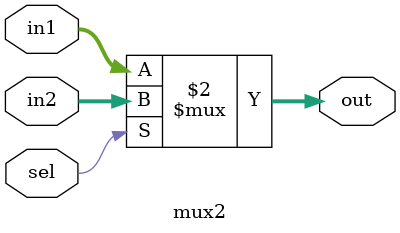
<source format=v>
module mux2(
	input signed [7:0] in1 , 
	input signed [7:0] in2 ,
	
	input 		sel ,
	
	output signed [7:0] out
);

assign out = (sel==1'b0)?in1:in2 ;

endmodule
</source>
